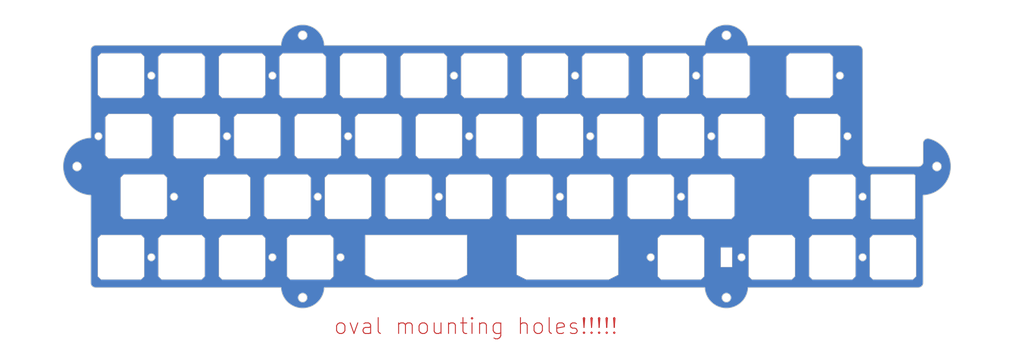
<source format=kicad_pcb>
(kicad_pcb (version 20221018) (generator pcbnew)
  (layers (0 "F.Cu" signal) (31 "B.Cu" signal) (34 "B.Paste" user) (35 "F.Paste" user) (36 "B.SilkS" user "B.Silkscreen") (37 "F.SilkS" user "F.Silkscreen") (38 "B.Mask" user) (39 "F.Mask" user) (44 "Edge.Cuts" user))
  (net 0 "")
  (net 1 "GND")
  (footprint "cipulot_parts:ecs_plate_cut_1U" (layer "F.Cu") (at 243.68125 51.59375)
    (fp_text reference "REF**")
    (fp_text value "Value " hide)
    (fp_line (start -7.3 -6) (end -7.3 6) (stroke (width 0.12)) (layer "Edge.Cuts"))
    (fp_line (start -7.3 6) (end -6.3 7) (stroke (width 0.12)) (layer "Edge.Cuts"))
    (fp_line (start -6.3 -7) (end -7.3 -6) (stroke (width 0.12)) (layer "Edge.Cuts"))
    (fp_line (start -6.3 7) (end 6.3 7) (stroke (width 0.12)) (layer "Edge.Cuts"))
    (fp_line (start 6.3 -7) (end -6.3 -7) (stroke (width 0.12)) (layer "Edge.Cuts"))
    (fp_line (start 6.3 -7) (end 7.3 -6) (stroke (width 0.12)) (layer "Edge.Cuts"))
    (fp_line (start 6.3 7) (end 7.3 6) (stroke (width 0.12)) (layer "Edge.Cuts"))
    (fp_line (start 7.3 6) (end 7.3 -6) (stroke (width 0.12)) (layer "Edge.Cuts"))
  )
  (footprint "cipulot_parts:ecs_plate_cut_1U" (layer "F.Cu") (at 88.9 70.64375)
    (fp_text reference "REF**")
    (fp_text value "Value " hide)
    (fp_line (start -7.3 -6) (end -7.3 6) (stroke (width 0.12)) (layer "Edge.Cuts"))
    (fp_line (start -7.3 6) (end -6.3 7) (stroke (width 0.12)) (layer "Edge.Cuts"))
    (fp_line (start -6.3 -7) (end -7.3 -6) (stroke (width 0.12)) (layer "Edge.Cuts"))
    (fp_line (start -6.3 7) (end 6.3 7) (stroke (width 0.12)) (layer "Edge.Cuts"))
    (fp_line (start 6.3 -7) (end -6.3 -7) (stroke (width 0.12)) (layer "Edge.Cuts"))
    (fp_line (start 6.3 -7) (end 7.3 -6) (stroke (width 0.12)) (layer "Edge.Cuts"))
    (fp_line (start 6.3 7) (end 7.3 6) (stroke (width 0.12)) (layer "Edge.Cuts"))
    (fp_line (start 7.3 6) (end 7.3 -6) (stroke (width 0.12)) (layer "Edge.Cuts"))
  )
  (footprint "cipulot_parts:ecs_plate_cut_1U" (layer "F.Cu") (at 165.1 70.64375)
    (fp_text reference "REF**")
    (fp_text value "Value " hide)
    (fp_line (start -7.3 -6) (end -7.3 6) (stroke (width 0.12)) (layer "Edge.Cuts"))
    (fp_line (start -7.3 6) (end -6.3 7) (stroke (width 0.12)) (layer "Edge.Cuts"))
    (fp_line (start -6.3 -7) (end -7.3 -6) (stroke (width 0.12)) (layer "Edge.Cuts"))
    (fp_line (start -6.3 7) (end 6.3 7) (stroke (width 0.12)) (layer "Edge.Cuts"))
    (fp_line (start 6.3 -7) (end -6.3 -7) (stroke (width 0.12)) (layer "Edge.Cuts"))
    (fp_line (start 6.3 -7) (end 7.3 -6) (stroke (width 0.12)) (layer "Edge.Cuts"))
    (fp_line (start 6.3 7) (end 7.3 6) (stroke (width 0.12)) (layer "Edge.Cuts"))
    (fp_line (start 7.3 6) (end 7.3 -6) (stroke (width 0.12)) (layer "Edge.Cuts"))
  )
  (footprint "cipulot_parts:ecs_plate_cut_1U" (layer "F.Cu") (at 29.36875 70.64375)
    (fp_text reference "REF**")
    (fp_text value "Value " hide)
    (fp_line (start -7.3 -6) (end -7.3 6) (stroke (width 0.12)) (layer "Edge.Cuts"))
    (fp_line (start -7.3 6) (end -6.3 7) (stroke (width 0.12)) (layer "Edge.Cuts"))
    (fp_line (start -6.3 -7) (end -7.3 -6) (stroke (width 0.12)) (layer "Edge.Cuts"))
    (fp_line (start -6.3 7) (end 6.3 7) (stroke (width 0.12)) (layer "Edge.Cuts"))
    (fp_line (start 6.3 -7) (end -6.3 -7) (stroke (width 0.12)) (layer "Edge.Cuts"))
    (fp_line (start 6.3 -7) (end 7.3 -6) (stroke (width 0.12)) (layer "Edge.Cuts"))
    (fp_line (start 6.3 7) (end 7.3 6) (stroke (width 0.12)) (layer "Edge.Cuts"))
    (fp_line (start 7.3 6) (end 7.3 -6) (stroke (width 0.12)) (layer "Edge.Cuts"))
  )
  (footprint "cipulot_parts:ecs_plate_cut_1U" (layer "F.Cu") (at 46.0375 51.59375)
    (fp_text reference "REF**")
    (fp_text value "Value " hide)
    (fp_line (start -7.3 -6) (end -7.3 6) (stroke (width 0.12)) (layer "Edge.Cuts"))
    (fp_line (start -7.3 6) (end -6.3 7) (stroke (width 0.12)) (layer "Edge.Cuts"))
    (fp_line (start -6.3 -7) (end -7.3 -6) (stroke (width 0.12)) (layer "Edge.Cuts"))
    (fp_line (start -6.3 7) (end 6.3 7) (stroke (width 0.12)) (layer "Edge.Cuts"))
    (fp_line (start 6.3 -7) (end -6.3 -7) (stroke (width 0.12)) (layer "Edge.Cuts"))
    (fp_line (start 6.3 -7) (end 7.3 -6) (stroke (width 0.12)) (layer "Edge.Cuts"))
    (fp_line (start 6.3 7) (end 7.3 6) (stroke (width 0.12)) (layer "Edge.Cuts"))
    (fp_line (start 7.3 6) (end 7.3 -6) (stroke (width 0.12)) (layer "Edge.Cuts"))
  )
  (footprint "cipulot_parts:ecs_plate_cut_1U" (layer "F.Cu") (at 212.725 89.69375)
    (fp_text reference "REF**")
    (fp_text value "Value " hide)
    (fp_line (start -7.3 -6) (end -7.3 6) (stroke (width 0.12)) (layer "Edge.Cuts"))
    (fp_line (start -7.3 6) (end -6.3 7) (stroke (width 0.12)) (layer "Edge.Cuts"))
    (fp_line (start -6.3 -7) (end -7.3 -6) (stroke (width 0.12)) (layer "Edge.Cuts"))
    (fp_line (start -6.3 7) (end 6.3 7) (stroke (width 0.12)) (layer "Edge.Cuts"))
    (fp_line (start 6.3 -7) (end -6.3 -7) (stroke (width 0.12)) (layer "Edge.Cuts"))
    (fp_line (start 6.3 -7) (end 7.3 -6) (stroke (width 0.12)) (layer "Edge.Cuts"))
    (fp_line (start 6.3 7) (end 7.3 6) (stroke (width 0.12)) (layer "Edge.Cuts"))
    (fp_line (start 7.3 6) (end 7.3 -6) (stroke (width 0.12)) (layer "Edge.Cuts"))
  )
  (footprint "cipulot_parts:ecs_plate_cut_1U" (layer "F.Cu") (at 146.05 70.64375)
    (fp_text reference "REF**")
    (fp_text value "Value " hide)
    (fp_line (start -7.3 -6) (end -7.3 6) (stroke (width 0.12)) (layer "Edge.Cuts"))
    (fp_line (start -7.3 6) (end -6.3 7) (stroke (width 0.12)) (layer "Edge.Cuts"))
    (fp_line (start -6.3 -7) (end -7.3 -6) (stroke (width 0.12)) (layer "Edge.Cuts"))
    (fp_line (start -6.3 7) (end 6.3 7) (stroke (width 0.12)) (layer "Edge.Cuts"))
    (fp_line (start 6.3 -7) (end -6.3 -7) (stroke (width 0.12)) (layer "Edge.Cuts"))
    (fp_line (start 6.3 -7) (end 7.3 -6) (stroke (width 0.12)) (layer "Edge.Cuts"))
    (fp_line (start 6.3 7) (end 7.3 6) (stroke (width 0.12)) (layer "Edge.Cuts"))
    (fp_line (start 7.3 6) (end 7.3 -6) (stroke (width 0.12)) (layer "Edge.Cuts"))
  )
  (footprint "cipulot_parts:ecs_plate_cut_1U" (layer "F.Cu") (at 217.4875 51.59375)
    (fp_text reference "REF**")
    (fp_text value "Value " hide)
    (fp_line (start -7.3 -6) (end -7.3 6) (stroke (width 0.12)) (layer "Edge.Cuts"))
    (fp_line (start -7.3 6) (end -6.3 7) (stroke (width 0.12)) (layer "Edge.Cuts"))
    (fp_line (start -6.3 -7) (end -7.3 -6) (stroke (width 0.12)) (layer "Edge.Cuts"))
    (fp_line (start -6.3 7) (end 6.3 7) (stroke (width 0.12)) (layer "Edge.Cuts"))
    (fp_line (start 6.3 -7) (end -6.3 -7) (stroke (width 0.12)) (layer "Edge.Cuts"))
    (fp_line (start 6.3 -7) (end 7.3 -6) (stroke (width 0.12)) (layer "Edge.Cuts"))
    (fp_line (start 6.3 7) (end 7.3 6) (stroke (width 0.12)) (layer "Edge.Cuts"))
    (fp_line (start 7.3 6) (end 7.3 -6) (stroke (width 0.12)) (layer "Edge.Cuts"))
  )
  (footprint "cipulot_parts:ecs_plate_cut_2U" (layer "F.Cu") (at 167.48125 108.74375)
    (fp_text reference "REF**")
    (fp_text value "Value " hide)
    (fp_line (start -16 -7) (end 16 -7) (stroke (width 0.12)) (layer "Edge.Cuts"))
    (fp_line (start -16 0) (end -16 -7) (stroke (width 0.12)) (layer "Edge.Cuts"))
    (fp_line (start -16 0) (end -16 5.5) (stroke (width 0.12)) (layer "Edge.Cuts"))
    (fp_line (start -16 5.5) (end -13 7) (stroke (width 0.12)) (layer "Edge.Cuts"))
    (fp_line (start 13 7) (end -13 7) (stroke (width 0.12)) (layer "Edge.Cuts"))
    (fp_line (start 16 -7) (end 16 0) (stroke (width 0.12)) (layer "Edge.Cuts"))
    (fp_line (start 16 0) (end 16 5.5) (stroke (width 0.12)) (layer "Edge.Cuts"))
    (fp_line (start 16 5.5) (end 13 7) (stroke (width 0.12)) (layer "Edge.Cuts"))
  )
  (footprint "cipulot_parts:ecs_plate_cut_1U" (layer "F.Cu") (at 46.0375 108.74375)
    (fp_text reference "REF**")
    (fp_text value "Value " hide)
    (fp_line (start -7.3 -6) (end -7.3 6) (stroke (width 0.12)) (layer "Edge.Cuts"))
    (fp_line (start -7.3 6) (end -6.3 7) (stroke (width 0.12)) (layer "Edge.Cuts"))
    (fp_line (start -6.3 -7) (end -7.3 -6) (stroke (width 0.12)) (layer "Edge.Cuts"))
    (fp_line (start -6.3 7) (end 6.3 7) (stroke (width 0.12)) (layer "Edge.Cuts"))
    (fp_line (start 6.3 -7) (end -6.3 -7) (stroke (width 0.12)) (layer "Edge.Cuts"))
    (fp_line (start 6.3 -7) (end 7.3 -6) (stroke (width 0.12)) (layer "Edge.Cuts"))
    (fp_line (start 6.3 7) (end 7.3 6) (stroke (width 0.12)) (layer "Edge.Cuts"))
    (fp_line (start 7.3 6) (end 7.3 -6) (stroke (width 0.12)) (layer "Edge.Cuts"))
  )
  (footprint "cipulot_parts:ecs_plate_cut_1U" (layer "F.Cu") (at 127 70.64375)
    (fp_text reference "REF**")
    (fp_text value "Value " hide)
    (fp_line (start -7.3 -6) (end -7.3 6) (stroke (width 0.12)) (layer "Edge.Cuts"))
    (fp_line (start -7.3 6) (end -6.3 7) (stroke (width 0.12)) (layer "Edge.Cuts"))
    (fp_line (start -6.3 -7) (end -7.3 -6) (stroke (width 0.12)) (layer "Edge.Cuts"))
    (fp_line (start -6.3 7) (end 6.3 7) (stroke (width 0.12)) (layer "Edge.Cuts"))
    (fp_line (start 6.3 -7) (end -6.3 -7) (stroke (width 0.12)) (layer "Edge.Cuts"))
    (fp_line (start 6.3 -7) (end 7.3 -6) (stroke (width 0.12)) (layer "Edge.Cuts"))
    (fp_line (start 6.3 7) (end 7.3 6) (stroke (width 0.12)) (layer "Edge.Cuts"))
    (fp_line (start 7.3 6) (end 7.3 -6) (stroke (width 0.12)) (layer "Edge.Cuts"))
  )
  (footprint "cipulot_parts:ecs_plate_cut_1U" (layer "F.Cu") (at 174.625 89.69375)
    (fp_text reference "REF**")
    (fp_text value "Value " hide)
    (fp_line (start -7.3 -6) (end -7.3 6) (stroke (width 0.12)) (layer "Edge.Cuts"))
    (fp_line (start -7.3 6) (end -6.3 7) (stroke (width 0.12)) (layer "Edge.Cuts"))
    (fp_line (start -6.3 -7) (end -7.3 -6) (stroke (width 0.12)) (layer "Edge.Cuts"))
    (fp_line (start -6.3 7) (end 6.3 7) (stroke (width 0.12)) (layer "Edge.Cuts"))
    (fp_line (start 6.3 -7) (end -6.3 -7) (stroke (width 0.12)) (layer "Edge.Cuts"))
    (fp_line (start 6.3 -7) (end 7.3 -6) (stroke (width 0.12)) (layer "Edge.Cuts"))
    (fp_line (start 6.3 7) (end 7.3 6) (stroke (width 0.12)) (layer "Edge.Cuts"))
    (fp_line (start 7.3 6) (end 7.3 -6) (stroke (width 0.12)) (layer "Edge.Cuts"))
  )
  (footprint "cipulot_parts:ecs_plate_cut_2U" (layer "F.Cu") (at 119.85625 108.74375)
    (fp_text reference "REF**")
    (fp_text value "Value " hide)
    (fp_line (start -16 -7) (end 16 -7) (stroke (width 0.12)) (layer "Edge.Cuts"))
    (fp_line (start -16 0) (end -16 -7) (stroke (width 0.12)) (layer "Edge.Cuts"))
    (fp_line (start -16 0) (end -16 5.5) (stroke (width 0.12)) (layer "Edge.Cuts"))
    (fp_line (start -16 5.5) (end -13 7) (stroke (width 0.12)) (layer "Edge.Cuts"))
    (fp_line (start 13 7) (end -13 7) (stroke (width 0.12)) (layer "Edge.Cuts"))
    (fp_line (start 16 -7) (end 16 0) (stroke (width 0.12)) (layer "Edge.Cuts"))
    (fp_line (start 16 0) (end 16 5.5) (stroke (width 0.12)) (layer "Edge.Cuts"))
    (fp_line (start 16 5.5) (end 13 7) (stroke (width 0.12)) (layer "Edge.Cuts"))
  )
  (footprint "cipulot_parts:ecs_plate_cut_1U" (layer "F.Cu") (at 203.2 108.74375)
    (fp_text reference "REF**")
    (fp_text value "Value " hide)
    (fp_line (start -7.3 -6) (end -7.3 6) (stroke (width 0.12)) (layer "Edge.Cuts"))
    (fp_line (start -7.3 6) (end -6.3 7) (stroke (width 0.12)) (layer "Edge.Cuts"))
    (fp_line (start -6.3 -7) (end -7.3 -6) (stroke (width 0.12)) (layer "Edge.Cuts"))
    (fp_line (start -6.3 7) (end 6.3 7) (stroke (width 0.12)) (layer "Edge.Cuts"))
    (fp_line (start 6.3 -7) (end -6.3 -7) (stroke (width 0.12)) (layer "Edge.Cuts"))
    (fp_line (start 6.3 -7) (end 7.3 -6) (stroke (width 0.12)) (layer "Edge.Cuts"))
    (fp_line (start 6.3 7) (end 7.3 6) (stroke (width 0.12)) (layer "Edge.Cuts"))
    (fp_line (start 7.3 6) (end 7.3 -6) (stroke (width 0.12)) (layer "Edge.Cuts"))
  )
  (footprint "cipulot_parts:ecs_plate_cut_1U" (layer "F.Cu") (at 26.9875 108.74375)
    (fp_text reference "REF**")
    (fp_text value "Value " hide)
    (fp_line (start -7.3 -6) (end -7.3 6) (stroke (width 0.12)) (layer "Edge.Cuts"))
    (fp_line (start -7.3 6) (end -6.3 7) (stroke (width 0.12)) (layer "Edge.Cuts"))
    (fp_line (start -6.3 -7) (end -7.3 -6) (stroke (width 0.12)) (layer "Edge.Cuts"))
    (fp_line (start -6.3 7) (end 6.3 7) (stroke (width 0.12)) (layer "Edge.Cuts"))
    (fp_line (start 6.3 -7) (end -6.3 -7) (stroke (width 0.12)) (layer "Edge.Cuts"))
    (fp_line (start 6.3 -7) (end 7.3 -6) (stroke (width 0.12)) (layer "Edge.Cuts"))
    (fp_line (start 6.3 7) (end 7.3 6) (stroke (width 0.12)) (layer "Edge.Cuts"))
    (fp_line (start 7.3 6) (end 7.3 -6) (stroke (width 0.12)) (layer "Edge.Cuts"))
  )
  (footprint "cipulot_parts:ecs_plate_cut_1U" (layer "F.Cu") (at 250.825 108.74375)
    (fp_text reference "REF**")
    (fp_text value "Value " hide)
    (fp_line (start -7.3 -6) (end -7.3 6) (stroke (width 0.12)) (layer "Edge.Cuts"))
    (fp_line (start -7.3 6) (end -6.3 7) (stroke (width 0.12)) (layer "Edge.Cuts"))
    (fp_line (start -6.3 -7) (end -7.3 -6) (stroke (width 0.12)) (layer "Edge.Cuts"))
    (fp_line (start -6.3 7) (end 6.3 7) (stroke (width 0.12)) (layer "Edge.Cuts"))
    (fp_line (start 6.3 -7) (end -6.3 -7) (stroke (width 0.12)) (layer "Edge.Cuts"))
    (fp_line (start 6.3 -7) (end 7.3 -6) (stroke (width 0.12)) (layer "Edge.Cuts"))
    (fp_line (start 6.3 7) (end 7.3 6) (stroke (width 0.12)) (layer "Edge.Cuts"))
    (fp_line (start 7.3 6) (end 7.3 -6) (stroke (width 0.12)) (layer "Edge.Cuts"))
  )
  (footprint "cipulot_parts:ecs_plate_cut_1U" (layer "F.Cu") (at 193.675 89.69375)
    (fp_text reference "REF**")
    (fp_text value "Value " hide)
    (fp_line (start -7.3 -6) (end -7.3 6) (stroke (width 0.12)) (layer "Edge.Cuts"))
    (fp_line (start -7.3 6) (end -6.3 7) (stroke (width 0.12)) (layer "Edge.Cuts"))
    (fp_line (start -6.3 -7) (end -7.3 -6) (stroke (width 0.12)) (layer "Edge.Cuts"))
    (fp_line (start -6.3 7) (end 6.3 7) (stroke (width 0.12)) (layer "Edge.Cuts"))
    (fp_line (start 6.3 -7) (end -6.3 -7) (stroke (width 0.12)) (layer "Edge.Cuts"))
    (fp_line (start 6.3 -7) (end 7.3 -6) (stroke (width 0.12)) (layer "Edge.Cuts"))
    (fp_line (start 6.3 7) (end 7.3 6) (stroke (width 0.12)) (layer "Edge.Cuts"))
    (fp_line (start 7.3 6) (end 7.3 -6) (stroke (width 0.12)) (layer "Edge.Cuts"))
  )
  (footprint "cipulot_parts:ecs_plate_cut_1U" (layer "F.Cu") (at 65.0875 51.59375)
    (fp_text reference "REF**")
    (fp_text value "Value " hide)
    (fp_line (start -7.3 -6) (end -7.3 6) (stroke (width 0.12)) (layer "Edge.Cuts"))
    (fp_line (start -7.3 6) (end -6.3 7) (stroke (width 0.12)) (layer "Edge.Cuts"))
    (fp_line (start -6.3 -7) (end -7.3 -6) (stroke (width 0.12)) (layer "Edge.Cuts"))
    (fp_line (start -6.3 7) (end 6.3 7) (stroke (width 0.12)) (layer "Edge.Cuts"))
    (fp_line (start 6.3 -7) (end -6.3 -7) (stroke (width 0.12)) (layer "Edge.Cuts"))
    (fp_line (start 6.3 -7) (end 7.3 -6) (stroke (width 0.12)) (layer "Edge.Cuts"))
    (fp_line (start 6.3 7) (end 7.3 6) (stroke (width 0.12)) (layer "Edge.Cuts"))
    (fp_line (start 7.3 6) (end 7.3 -6) (stroke (width 0.12)) (layer "Edge.Cuts"))
  )
  (footprint "cipulot_parts:ecs_plate_cut_1U" (layer "F.Cu") (at 179.3875 51.59375)
    (fp_text reference "REF**")
    (fp_text value "Value " hide)
    (fp_line (start -7.3 -6) (end -7.3 6) (stroke (width 0.12)) (layer "Edge.Cuts"))
    (fp_line (start -7.3 6) (end -6.3 7) (stroke (width 0.12)) (layer "Edge.Cuts"))
    (fp_line (start -6.3 -7) (end -7.3 -6) (stroke (width 0.12)) (layer "Edge.Cuts"))
    (fp_line (start -6.3 7) (end 6.3 7) (stroke (width 0.12)) (layer "Edge.Cuts"))
    (fp_line (start 6.3 -7) (end -6.3 -7) (stroke (width 0.12)) (layer "Edge.Cuts"))
    (fp_line (start 6.3 -7) (end 7.3 -6) (stroke (width 0.12)) (layer "Edge.Cuts"))
    (fp_line (start 6.3 7) (end 7.3 6) (stroke (width 0.12)) (layer "Edge.Cuts"))
    (fp_line (start 7.3 6) (end 7.3 -6) (stroke (width 0.12)) (layer "Edge.Cuts"))
  )
  (footprint "cipulot_parts:ecs_plate_cut_1U" (layer "F.Cu") (at 222.25 70.64375)
    (fp_text reference "REF**")
    (fp_text value "Value " hide)
    (fp_line (start -7.3 -6) (end -7.3 6) (stroke (width 0.12)) (layer "Edge.Cuts"))
    (fp_line (start -7.3 6) (end -6.3 7) (stroke (width 0.12)) (layer "Edge.Cuts"))
    (fp_line (start -6.3 -7) (end -7.3 -6) (stroke (width 0.12)) (layer "Edge.Cuts"))
    (fp_line (start -6.3 7) (end 6.3 7) (stroke (width 0.12)) (layer "Edge.Cuts"))
    (fp_line (start 6.3 -7) (end -6.3 -7) (stroke (width 0.12)) (layer "Edge.Cuts"))
    (fp_line (start 6.3 -7) (end 7.3 -6) (stroke (width 0.12)) (layer "Edge.Cuts"))
    (fp_line (start 6.3 7) (end 7.3 6) (stroke (width 0.12)) (layer "Edge.Cuts"))
    (fp_line (start 7.3 6) (end 7.3 -6) (stroke (width 0.12)) (layer "Edge.Cuts"))
  )
  (footprint "cipulot_parts:ecs_plate_cut_1U" (layer "F.Cu") (at 34.13125 89.69375)
    (fp_text reference "REF**")
    (fp_text value "Value " hide)
    (fp_line (start -7.3 -6) (end -7.3 6) (stroke (width 0.12)) (layer "Edge.Cuts"))
    (fp_line (start -7.3 6) (end -6.3 7) (stroke (width 0.12)) (layer "Edge.Cuts"))
    (fp_line (start -6.3 -7) (end -7.3 -6) (stroke (width 0.12)) (layer "Edge.Cuts"))
    (fp_line (start -6.3 7) (end 6.3 7) (stroke (width 0.12)) (layer "Edge.Cuts"))
    (fp_line (start 6.3 -7) (end -6.3 -7) (stroke (width 0.12)) (layer "Edge.Cuts"))
    (fp_line (start 6.3 -7) (end 7.3 -6) (stroke (width 0.12)) (layer "Edge.Cuts"))
    (fp_line (start 6.3 7) (end 7.3 6) (stroke (width 0.12)) (layer "Edge.Cuts"))
    (fp_line (start 7.3 6) (end 7.3 -6) (stroke (width 0.12)) (layer "Edge.Cuts"))
  )
  (footprint "cipulot_parts:ecs_plate_cut_1U" (layer "F.Cu") (at 198.4375 51.59375)
    (fp_text reference "REF**")
    (fp_text value "Value " hide)
    (fp_line (start -7.3 -6) (end -7.3 6) (stroke (width 0.12)) (layer "Edge.Cuts"))
    (fp_line (start -7.3 6) (end -6.3 7) (stroke (width 0.12)) (layer "Edge.Cuts"))
    (fp_line (start -6.3 -7) (end -7.3 -6) (stroke (width 0.12)) (layer "Edge.Cuts"))
    (fp_line (start -6.3 7) (end 6.3 7) (stroke (width 0.12)) (layer "Edge.Cuts"))
    (fp_line (start 6.3 -7) (end -6.3 -7) (stroke (width 0.12)) (layer "Edge.Cuts"))
    (fp_line (start 6.3 -7) (end 7.3 -6) (stroke (width 0.12)) (layer "Edge.Cuts"))
    (fp_line (start 6.3 7) (end 7.3 6) (stroke (width 0.12)) (layer "Edge.Cuts"))
    (fp_line (start 7.3 6) (end 7.3 -6) (stroke (width 0.12)) (layer "Edge.Cuts"))
  )
  (footprint "cipulot_parts:ecs_plate_cut_1U" (layer "F.Cu") (at 26.9875 51.59375)
    (fp_text reference "REF**")
    (fp_text value "Value " hide)
    (fp_line (start -7.3 -6) (end -7.3 6) (stroke (width 0.12)) (layer "Edge.Cuts"))
    (fp_line (start -7.3 6) (end -6.3 7) (stroke (width 0.12)) (layer "Edge.Cuts"))
    (fp_line (start -6.3 -7) (end -7.3 -6) (stroke (width 0.12)) (layer "Edge.Cuts"))
    (fp_line (start -6.3 7) (end 6.3 7) (stroke (width 0.12)) (layer "Edge.Cuts"))
    (fp_line (start 6.3 -7) (end -6.3 -7) (stroke (width 0.12)) (layer "Edge.Cuts"))
    (fp_line (start 6.3 -7) (end 7.3 -6) (stroke (width 0.12)) (layer "Edge.Cuts"))
    (fp_line (start 6.3 7) (end 7.3 6) (stroke (width 0.12)) (layer "Edge.Cuts"))
    (fp_line (start 7.3 6) (end 7.3 -6) (stroke (width 0.12)) (layer "Edge.Cuts"))
  )
  (footprint "cipulot_parts:ecs_plate_cut_1U" (layer "F.Cu") (at 86.51875 108.74375)
    (fp_text reference "REF**")
    (fp_text value "Value " hide)
    (fp_line (start -7.3 -6) (end -7.3 6) (stroke (width 0.12)) (layer "Edge.Cuts"))
    (fp_line (start -7.3 6) (end -6.3 7) (stroke (width 0.12)) (layer "Edge.Cuts"))
    (fp_line (start -6.3 -7) (end -7.3 -6) (stroke (width 0.12)) (layer "Edge.Cuts"))
    (fp_line (start -6.3 7) (end 6.3 7) (stroke (width 0.12)) (layer "Edge.Cuts"))
    (fp_line (start 6.3 -7) (end -6.3 -7) (stroke (width 0.12)) (layer "Edge.Cuts"))
    (fp_line (start 6.3 -7) (end 7.3 -6) (stroke (width 0.12)) (layer "Edge.Cuts"))
    (fp_line (start 6.3 7) (end 7.3 6) (stroke (width 0.12)) (layer "Edge.Cuts"))
    (fp_line (start 7.3 6) (end 7.3 -6) (stroke (width 0.12)) (layer "Edge.Cuts"))
  )
  (footprint "cipulot_parts:ecs_plate_cut_1U" (layer "F.Cu") (at 50.8 70.64375)
    (fp_text reference "REF**")
    (fp_text value "Value " hide)
    (fp_line (start -7.3 -6) (end -7.3 6) (stroke (width 0.12)) (layer "Edge.Cuts"))
    (fp_line (start -7.3 6) (end -6.3 7) (stroke (width 0.12)) (layer "Edge.Cuts"))
    (fp_line (start -6.3 -7) (end -7.3 -6) (stroke (width 0.12)) (layer "Edge.Cuts"))
    (fp_line (start -6.3 7) (end 6.3 7) (stroke (width 0.12)) (layer "Edge.Cuts"))
    (fp_line (start 6.3 -7) (end -6.3 -7) (stroke (width 0.12)) (layer "Edge.Cuts"))
    (fp_line (start 6.3 -7) (end 7.3 -6) (stroke (width 0.12)) (layer "Edge.Cuts"))
    (fp_line (start 6.3 7) (end 7.3 6) (stroke (width 0.12)) (layer "Edge.Cuts"))
    (fp_line (start 7.3 6) (end 7.3 -6) (stroke (width 0.12)) (layer "Edge.Cuts"))
  )
  (footprint "cipulot_parts:ecs_plate_cut_1U" (layer "F.Cu") (at 269.875 108.74375)
    (fp_text reference "REF**")
    (fp_text value "Value " hide)
    (fp_line (start -7.3 -6) (end -7.3 6) (stroke (width 0.12)) (layer "Edge.Cuts"))
    (fp_line (start -7.3 6) (end -6.3 7) (stroke (width 0.12)) (layer "Edge.Cuts"))
    (fp_line (start -6.3 -7) (end -7.3 -6) (stroke (width 0.12)) (layer "Edge.Cuts"))
    (fp_line (start -6.3 7) (end 6.3 7) (stroke (width 0.12)) (layer "Edge.Cuts"))
    (fp_line (start 6.3 -7) (end -6.3 -7) (stroke (width 0.12)) (layer "Edge.Cuts"))
    (fp_line (start 6.3 -7) (end 7.3 -6) (stroke (width 0.12)) (layer "Edge.Cuts"))
    (fp_line (start 6.3 7) (end 7.3 6) (stroke (width 0.12)) (layer "Edge.Cuts"))
    (fp_line (start 7.3 6) (end 7.3 -6) (stroke (width 0.12)) (layer "Edge.Cuts"))
  )
  (footprint "cipulot_parts:ecs_plate_cut_1U" (layer "F.Cu") (at 250.825 89.69375)
    (fp_text reference "REF**")
    (fp_text value "Value " hide)
    (fp_line (start -7.3 -6) (end -7.3 6) (stroke (width 0.12)) (layer "Edge.Cuts"))
    (fp_line (start -7.3 6) (end -6.3 7) (stroke (width 0.12)) (layer "Edge.Cuts"))
    (fp_line (start -6.3 -7) (end -7.3 -6) (stroke (width 0.12)) (layer "Edge.Cuts"))
    (fp_line (start -6.3 7) (end 6.3 7) (stroke (width 0.12)) (layer "Edge.Cuts"))
    (fp_line (start 6.3 -7) (end -6.3 -7) (stroke (width 0.12)) (layer "Edge.Cuts"))
    (fp_line (start 6.3 -7) (end 7.3 -6) (stroke (width 0.12)) (layer "Edge.Cuts"))
    (fp_line (start 6.3 7) (end 7.3 6) (stroke (width 0.12)) (layer "Edge.Cuts"))
    (fp_line (start 7.3 6) (end 7.3 -6) (stroke (width 0.12)) (layer "Edge.Cuts"))
  )
  (footprint "cipulot_parts:ecs_plate_cut_1U" (layer "F.Cu") (at 65.0875 108.74375)
    (fp_text reference "REF**")
    (fp_text value "Value " hide)
    (fp_line (start -7.3 -6) (end -7.3 6) (stroke (width 0.12)) (layer "Edge.Cuts"))
    (fp_line (start -7.3 6) (end -6.3 7) (stroke (width 0.12)) (layer "Edge.Cuts"))
    (fp_line (start -6.3 -7) (end -7.3 -6) (stroke (width 0.12)) (layer "Edge.Cuts"))
    (fp_line (start -6.3 7) (end 6.3 7) (stroke (width 0.12)) (layer "Edge.Cuts"))
    (fp_line (start 6.3 -7) (end -6.3 -7) (stroke (width 0.12)) (layer "Edge.Cuts"))
    (fp_line (start 6.3 -7) (end 7.3 -6) (stroke (width 0.12)) (layer "Edge.Cuts"))
    (fp_line (start 6.3 7) (end 7.3 6) (stroke (width 0.12)) (layer "Edge.Cuts"))
    (fp_line (start 7.3 6) (end 7.3 -6) (stroke (width 0.12)) (layer "Edge.Cuts"))
  )
  (footprint "cipulot_parts:ecs_plate_cut_1U" (layer "F.Cu") (at 69.85 70.64375)
    (fp_text reference "REF**")
    (fp_text value "Value " hide)
    (fp_line (start -7.3 -6) (end -7.3 6) (stroke (width 0.12)) (layer "Edge.Cuts"))
    (fp_line (start -7.3 6) (end -6.3 7) (stroke (width 0.12)) (layer "Edge.Cuts"))
    (fp_line (start -6.3 -7) (end -7.3 -6) (stroke (width 0.12)) (layer "Edge.Cuts"))
    (fp_line (start -6.3 7) (end 6.3 7) (stroke (width 0.12)) (layer "Edge.Cuts"))
    (fp_line (start 6.3 -7) (end -6.3 -7) (stroke (width 0.12)) (layer "Edge.Cuts"))
    (fp_line (start 6.3 -7) (end 7.3 -6) (stroke (width 0.12)) (layer "Edge.Cuts"))
    (fp_line (start 6.3 7) (end 7.3 6) (stroke (width 0.12)) (layer "Edge.Cuts"))
    (fp_line (start 7.3 6) (end 7.3 -6) (stroke (width 0.12)) (layer "Edge.Cuts"))
  )
  (footprint "cipulot_parts:ecs_plate_cut_1U" (layer "F.Cu") (at 160.3375 51.59375)
    (fp_text reference "REF**")
    (fp_text value "Value " hide)
    (fp_line (start -7.3 -6) (end -7.3 6) (stroke (width 0.12)) (layer "Edge.Cuts"))
    (fp_line (start -7.3 6) (end -6.3 7) (stroke (width 0.12)) (layer "Edge.Cuts"))
    (fp_line (start -6.3 -7) (end -7.3 -6) (stroke (width 0.12)) (layer "Edge.Cuts"))
    (fp_line (start -6.3 7) (end 6.3 7) (stroke (width 0.12)) (layer "Edge.Cuts"))
    (fp_line (start 6.3 -7) (end -6.3 -7) (stroke (width 0.12)) (layer "Edge.Cuts"))
    (fp_line (start 6.3 -7) (end 7.3 -6) (stroke (width 0.12)) (layer "Edge.Cuts"))
    (fp_line (start 6.3 7) (end 7.3 6) (stroke (width 0.12)) (layer "Edge.Cuts"))
    (fp_line (start 7.3 6) (end 7.3 -6) (stroke (width 0.12)) (layer "Edge.Cuts"))
  )
  (footprint "cipulot_parts:ecs_plate_cut_1U" (layer "F.Cu") (at 155.575 89.69375)
    (fp_text reference "REF**")
    (fp_text value "Value " hide)
    (fp_line (start -7.3 -6) (end -7.3 6) (stroke (width 0.12)) (layer "Edge.Cuts"))
    (fp_line (start -7.3 6) (end -6.3 7) (stroke (width 0.12)) (layer "Edge.Cuts"))
    (fp_line (start -6.3 -7) (end -7.3 -6) (stroke (width 0.12)) (layer "Edge.Cuts"))
    (fp_line (start -6.3 7) (end 6.3 7) (stroke (width 0.12)) (layer "Edge.Cuts"))
    (fp_line (start 6.3 -7) (end -6.3 -7) (stroke (width 0.12)) (layer "Edge.Cuts"))
    (fp_line (start 6.3 -7) (end 7.3 -6) (stroke (width 0.12)) (layer "Edge.Cuts"))
    (fp_line (start 6.3 7) (end 7.3 6) (stroke (width 0.12)) (layer "Edge.Cuts"))
    (fp_line (start 7.3 6) (end 7.3 -6) (stroke (width 0.12)) (layer "Edge.Cuts"))
  )
  (footprint "cipulot_parts:ecs_plate_cut_1U" (layer "F.Cu") (at 141.2875 51.59375)
    (fp_text reference "REF**")
    (fp_text value "Value " hide)
    (fp_line (start -7.3 -6) (end -7.3 6) (stroke (width 0.12)) (layer "Edge.Cuts"))
    (fp_line (start -7.3 6) (end -6.3 7) (stroke (width 0.12)) (layer "Edge.Cuts"))
    (fp_line (start -6.3 -7) (end -7.3 -6) (stroke (width 0.12)) (layer "Edge.Cuts"))
    (fp_line (start -6.3 7) (end 6.3 7) (stroke (width 0.12)) (layer "Edge.Cuts"))
    (fp_line (start 6.3 -7) (end -6.3 -7) (stroke (width 0.12)) (layer "Edge.Cuts"))
    (fp_line (start 6.3 -7) (end 7.3 -6) (stroke (width 0.12)) (layer "Edge.Cuts"))
    (fp_line (start 6.3 7) (end 7.3 6) (stroke (width 0.12)) (layer "Edge.Cuts"))
    (fp_line (start 7.3 6) (end 7.3 -6) (stroke (width 0.12)) (layer "Edge.Cuts"))
  )
  (footprint "cipulot_parts:ecs_plate_cut_1U" (layer "F.Cu") (at 246.0625 70.64375)
    (fp_text reference "REF**")
    (fp_text value "Value " hide)
    (fp_line (start -7.3 -6) (end -7.3 6) (stroke (width 0.12)) (layer "Edge.Cuts"))
    (fp_line (start -7.3 6) (end -6.3 7) (stroke (width 0.12)) (layer "Edge.Cuts"))
    (fp_line (start -6.3 -7) (end -7.3 -6) (stroke (width 0.12)) (layer "Edge.Cuts"))
    (fp_line (start -6.3 7) (end 6.3 7) (stroke (width 0.12)) (layer "Edge.Cuts"))
    (fp_line (start 6.3 -7) (end -6.3 -7) (stroke (width 0.12)) (layer "Edge.Cuts"))
    (fp_line (start 6.3 -7) (end 7.3 -6) (stroke (width 0.12)) (layer "Edge.Cuts"))
    (fp_line (start 6.3 7) (end 7.3 6) (stroke (width 0.12)) (layer "Edge.Cuts"))
    (fp_line (start 7.3 6) (end 7.3 -6) (stroke (width 0.12)) (layer "Edge.Cuts"))
  )
  (footprint "cipulot_parts:ecs_plate_cut_1U" (layer "F.Cu") (at 107.95 70.64375)
    (fp_text reference "REF**")
    (fp_text value "Value " hide)
    (fp_line (start -7.3 -6) (end -7.3 6) (stroke (width 0.12)) (layer "Edge.Cuts"))
    (fp_line (start -7.3 6) (end -6.3 7) (stroke (width 0.12)) (layer "Edge.Cuts"))
    (fp_line (start -6.3 -7) (end -7.3 -6) (stroke (width 0.12)) (layer "Edge.Cuts"))
    (fp_line (start -6.3 7) (end 6.3 7) (stroke (width 0.12)) (layer "Edge.Cuts"))
    (fp_line (start 6.3 -7) (end -6.3 -7) (stroke (width 0.12)) (layer "Edge.Cuts"))
    (fp_line (start 6.3 -7) (end 7.3 -6) (stroke (width 0.12)) (layer "Edge.Cuts"))
    (fp_line (start 6.3 7) (end 7.3 6) (stroke (width 0.12)) (layer "Edge.Cuts"))
    (fp_line (start 7.3 6) (end 7.3 -6) (stroke (width 0.12)) (layer "Edge.Cuts"))
  )
  (footprint "cipulot_parts:ecs_plate_cut_1U" (layer "F.Cu") (at 117.475 89.69375)
    (fp_text reference "REF**")
    (fp_text value "Value " hide)
    (fp_line (start -7.3 -6) (end -7.3 6) (stroke (width 0.12)) (layer "Edge.Cuts"))
    (fp_line (start -7.3 6) (end -6.3 7) (stroke (width 0.12)) (layer "Edge.Cuts"))
    (fp_line (start -6.3 -7) (end -7.3 -6) (stroke (width 0.12)) (layer "Edge.Cuts"))
    (fp_line (start -6.3 7) (end 6.3 7) (stroke (width 0.12)) (layer "Edge.Cuts"))
    (fp_line (start 6.3 -7) (end -6.3 -7) (stroke (width 0.12)) (layer "Edge.Cuts"))
    (fp_line (start 6.3 -7) (end 7.3 -6) (stroke (width 0.12)) (layer "Edge.Cuts"))
    (fp_line (start 6.3 7) (end 7.3 6) (stroke (width 0.12)) (layer "Edge.Cuts"))
    (fp_line (start 7.3 6) (end 7.3 -6) (stroke (width 0.12)) (layer "Edge.Cuts"))
  )
  (footprint "cipulot_parts:ecs_plate_cut_1U" (layer "F.Cu") (at 122.2375 51.59375)
    (fp_text reference "REF**")
    (fp_text value "Value " hide)
    (fp_line (start -7.3 -6) (end -7.3 6) (stroke (width 0.12)) (layer "Edge.Cuts"))
    (fp_line (start -7.3 6) (end -6.3 7) (stroke (width 0.12)) (layer "Edge.Cuts"))
    (fp_line (start -6.3 -7) (end -7.3 -6) (stroke (width 0.12)) (layer "Edge.Cuts"))
    (fp_line (start -6.3 7) (end 6.3 7) (stroke (width 0.12)) (layer "Edge.Cuts"))
    (fp_line (start 6.3 -7) (end -6.3 -7) (stroke (width 0.12)) (layer "Edge.Cuts"))
    (fp_line (start 6.3 -7) (end 7.3 -6) (stroke (width 0.12)) (layer "Edge.Cuts"))
    (fp_line (start 6.3 7) (end 7.3 6) (stroke (width 0.12)) (layer "Edge.Cuts"))
    (fp_line (start 7.3 6) (end 7.3 -6) (stroke (width 0.12)) (layer "Edge.Cuts"))
  )
  (footprint "cipulot_parts:ecs_plate_cut_1U" (layer "F.Cu") (at 98.425 89.69375)
    (fp_text reference "REF**")
    (fp_text value "Value " hide)
    (fp_line (start -7.3 -6) (end -7.3 6) (stroke (width 0.12)) (layer "Edge.Cuts"))
    (fp_line (start -7.3 6) (end -6.3 7) (stroke (width 0.12)) (layer "Edge.Cuts"))
    (fp_line (start -6.3 -7) (end -7.3 -6) (stroke (width 0.12)) (layer "Edge.Cuts"))
    (fp_line (start -6.3 7) (end 6.3 7) (stroke (width 0.12)) (layer "Edge.Cuts"))
    (fp_line (start 6.3 -7) (end -6.3 -7) (stroke (width 0.12)) (layer "Edge.Cuts"))
    (fp_line (start 6.3 -7) (end 7.3 -6) (stroke (width 0.12)) (layer "Edge.Cuts"))
    (fp_line (start 6.3 7) (end 7.3 6) (stroke (width 0.12)) (layer "Edge.Cuts"))
    (fp_line (start 7.3 6) (end 7.3 -6) (stroke (width 0.12)) (layer "Edge.Cuts"))
  )
  (footprint "cipulot_parts:ecs_plate_cut_1U" (layer "F.Cu") (at 79.375 89.69375)
    (fp_text reference "REF**")
    (fp_text value "Value " hide)
    (fp_line (start -7.3 -6) (end -7.3 6) (stroke (width 0.12)) (layer "Edge.Cuts"))
    (fp_line (start -7.3 6) (end -6.3 7) (stroke (width 0.12)) (layer "Edge.Cuts"))
    (fp_line (start -6.3 -7) (end -7.3 -6) (stroke (width 0.12)) (layer "Edge.Cuts"))
    (fp_line (start -6.3 7) (end 6.3 7) (stroke (width 0.12)) (layer "Edge.Cuts"))
    (fp_line (start 6.3 -7) (end -6.3 -7) (stroke (width 0.12)) (layer "Edge.Cuts"))
    (fp_line (start 6.3 -7) (end 7.3 -6) (stroke (width 0.12)) (layer "Edge.Cuts"))
    (fp_line (start 6.3 7) (end 7.3 6) (stroke (width 0.12)) (layer "Edge.Cuts"))
    (fp_line (start 7.3 6) (end 7.3 -6) (stroke (width 0.12)) (layer "Edge.Cuts"))
  )
  (footprint "cipulot_parts:ecs_plate_cut_1U" (layer "F.Cu") (at 60.325 89.69375)
    (fp_text reference "REF**")
    (fp_text value "Value " hide)
    (fp_line (start -7.3 -6) (end -7.3 6) (stroke (width 0.12)) (layer "Edge.Cuts"))
    (fp_line (start -7.3 6) (end -6.3 7) (stroke (width 0.12)) (layer "Edge.Cuts"))
    (fp_line (start -6.3 -7) (end -7.3 -6) (stroke (width 0.12)) (layer "Edge.Cuts"))
    (fp_line (start -6.3 7) (end 6.3 7) (stroke (width 0.12)) (layer "Edge.Cuts"))
    (fp_line (start 6.3 -7) (end -6.3 -7) (stroke (width 0.12)) (layer "Edge.Cuts"))
    (fp_line (start 6.3 -7) (end 7.3 -6) (stroke (width 0.12)) (layer "Edge.Cuts"))
    (fp_line (start 6.3 7) (end 7.3 6) (stroke (width 0.12)) (layer "Edge.Cuts"))
    (fp_line (start 7.3 6) (end 7.3 -6) (stroke (width 0.12)) (layer "Edge.Cuts"))
  )
  (footprint "cipulot_parts:ecs_plate_cut_1U" (layer "F.Cu") (at 84.1375 51.59375)
    (fp_text reference "REF**")
    (fp_text value "Value " hide)
    (fp_line (start -7.3 -6) (end -7.3 6) (stroke (width 0.12)) (layer "Edge.Cuts"))
    (fp_line (start -7.3 6) (end -6.3 7) (stroke (width 0.12)) (layer "Edge.Cuts"))
    (fp_line (start -6.3 -7) (end -7.3 -6) (stroke (width 0.12)) (layer "Edge.Cuts"))
    (fp_line (start -6.3 7) (end 6.3 7) (stroke (width 0.12)) (layer "Edge.Cuts"))
    (fp_line (start 6.3 -7) (end -6.3 -7) (stroke (width 0.12)) (layer "Edge.Cuts"))
    (fp_line (start 6.3 -7) (end 7.3 -6) (stroke (width 0.12)) (layer "Edge.Cuts"))
    (fp_line (start 6.3 7) (end 7.3 6) (stroke (width 0.12)) (layer "Edge.Cuts"))
    (fp_line (start 7.3 6) (end 7.3 -6) (stroke (width 0.12)) (layer "Edge.Cuts"))
  )
  (footprint "cipulot_parts:ecs_plate_cut_1U" (layer "F.Cu") (at 203.2 70.64375)
    (fp_text reference "REF**")
    (fp_text value "Value " hide)
    (fp_line (start -7.3 -6) (end -7.3 6) (stroke (width 0.12)) (layer "Edge.Cuts"))
    (fp_line (start -7.3 6) (end -6.3 7) (stroke (width 0.12)) (layer "Edge.Cuts"))
    (fp_line (start -6.3 -7) (end -7.3 -6) (stroke (width 0.12)) (layer "Edge.Cuts"))
    (fp_line (start -6.3 7) (end 6.3 7) (stroke (width 0.12)) (layer "Edge.Cuts"))
    (fp_line (start 6.3 -7) (end -6.3 -7) (stroke (width 0.12)) (layer "Edge.Cuts"))
    (fp_line (start 6.3 -7) (end 7.3 -6) (stroke (width 0.12)) (layer "Edge.Cuts"))
    (fp_line (start 6.3 7) (end 7.3 6) (stroke (width 0.12)) (layer "Edge.Cuts"))
    (fp_line (start 7.3 6) (end 7.3 -6) (stroke (width 0.12)) (layer "Edge.Cuts"))
  )
  (footprint "cipulot_parts:ecs_plate_cut_1U" (layer "F.Cu") (at 231.775 108.74375)
    (fp_text reference "REF**")
    (fp_text value "Value " hide)
    (fp_line (start -7.3 -6) (end -7.3 6) (stroke (width 0.12)) (layer "Edge.Cuts"))
    (fp_line (start -7.3 6) (end -6.3 7) (stroke (width 0.12)) (layer "Edge.Cuts"))
    (fp_line (start -6.3 -7) (end -7.3 -6) (stroke (width 0.12)) (layer "Edge.Cuts"))
    (fp_line (start -6.3 7) (end 6.3 7) (stroke (width 0.12)) (layer "Edge.Cuts"))
    (fp_line (start 6.3 -7) (end -6.3 -7) (stroke (width 0.12)) (layer "Edge.Cuts"))
    (fp_line (start 6.3 -7) (end 7.3 -6) (stroke (width 0.12)) (layer "Edge.Cuts"))
    (fp_line (start 6.3 7) (end 7.3 6) (stroke (width 0.12)) (layer "Edge.Cuts"))
    (fp_line (start 7.3 6) (end 7.3 -6) (stroke (width 0.12)) (layer "Edge.Cuts"))
  )
  (footprint "cipulot_parts:ecs_plate_cut_1U" (layer "F.Cu") (at 103.1875 51.59375)
    (fp_text reference "REF**")
    (fp_text value "Value " hide)
    (fp_line (start -7.3 -6) (end -7.3 6) (stroke (width 0.12)) (layer "Edge.Cuts"))
    (fp_line (start -7.3 6) (end -6.3 7) (stroke (width 0.12)) (layer "Edge.Cuts"))
    (fp_line (start -6.3 -7) (end -7.3 -6) (stroke (width 0.12)) (layer "Edge.Cuts"))
    (fp_line (start -6.3 7) (end 6.3 7) (stroke (width 0.12)) (layer "Edge.Cuts"))
    (fp_line (start 6.3 -7) (end -6.3 -7) (stroke (width 0.12)) (layer "Edge.Cuts"))
    (fp_line (start 6.3 -7) (end 7.3 -6) (stroke (width 0.12)) (layer "Edge.Cuts"))
    (fp_line (start 6.3 7) (end 7.3 6) (stroke (width 0.12)) (layer "Edge.Cuts"))
    (fp_line (start 7.3 6) (end 7.3 -6) (stroke (width 0.12)) (layer "Edge.Cuts"))
  )
  (footprint "cipulot_parts:ecs_plate_cut_1U" (layer "F.Cu") (at 184.15 70.64375)
    (fp_text reference "REF**")
    (fp_text value "Value " hide)
    (fp_line (start -7.3 -6) (end -7.3 6) (stroke (width 0.12)) (layer "Edge.Cuts"))
    (fp_line (start -7.3 6) (end -6.3 7) (stroke (width 0.12)) (layer "Edge.Cuts"))
    (fp_line (start -6.3 -7) (end -7.3 -6) (stroke (width 0.12)) (layer "Edge.Cuts"))
    (fp_line (start -6.3 7) (end 6.3 7) (stroke (width 0.12)) (layer "Edge.Cuts"))
    (fp_line (start 6.3 -7) (end -6.3 -7) (stroke (width 0.12)) (layer "Edge.Cuts"))
    (fp_line (start 6.3 -7) (end 7.3 -6) (stroke (width 0.12)) (layer "Edge.Cuts"))
    (fp_line (start 6.3 7) (end 7.3 6) (stroke (width 0.12)) (layer "Edge.Cuts"))
    (fp_line (start 7.3 6) (end 7.3 -6) (stroke (width 0.12)) (layer "Edge.Cuts"))
  )
  (footprint "cipulot_parts:ecs_plate_cut_1U" (layer "F.Cu") (at 136.525 89.69375)
    (fp_text reference "REF**")
    (fp_text value "Value " hide)
    (fp_line (start -7.3 -6) (end -7.3 6) (stroke (width 0.12)) (layer "Edge.Cuts"))
    (fp_line (start -7.3 6) (end -6.3 7) (stroke (width 0.12)) (layer "Edge.Cuts"))
    (fp_line (start -6.3 -7) (end -7.3 -6) (stroke (width 0.12)) (layer "Edge.Cuts"))
    (fp_line (start -6.3 7) (end 6.3 7) (stroke (width 0.12)) (layer "Edge.Cuts"))
    (fp_line (start 6.3 -7) (end -6.3 -7) (stroke (width 0.12)) (layer "Edge.Cuts"))
    (fp_line (start 6.3 -7) (end 7.3 -6) (stroke (width 0.12)) (layer "Edge.Cuts"))
    (fp_line (start 6.3 7) (end 7.3 6) (stroke (width 0.12)) (layer "Edge.Cuts"))
    (fp_line (start 7.3 6) (end 7.3 -6) (stroke (width 0.12)) (layer "Edge.Cuts"))
  )
  (gr_circle (center 88.9 89.69375) (end 90.05 89.69375) (stroke (width 0.2)) (fill none) (layer "Edge.Cuts"))
  (gr_arc (start 276.375 82.69375) (mid 276.728553 82.840197) (end 276.875 83.19375) (stroke (width 0.2)) (layer "Edge.Cuts"))
  (gr_arc (start 210.693 42.06875) (mid 217.4875 35.58875) (end 224.282 42.06875) (stroke (width 0.2)) (layer "Edge.Cuts"))
  (gr_circle (center 212.725 70.64375) (end 213.875 70.64375) (stroke (width 0.2)) (fill none) (layer "Edge.Cuts"))
  (gr_arc (start 258.85 42.06875) (mid 259.91066 42.50809) (end 260.35 43.56875) (stroke (width 0.2)) (layer "Edge.Cuts"))
  (gr_line (start 210.693 42.06875) (end 90.932 42.06875) (stroke (width 0.2)) (layer "Edge.Cuts"))
  (gr_arc (start 261.85 80.16875) (mid 260.78934 79.72941) (end 260.35 78.66875) (stroke (width 0.2)) (layer "Edge.Cuts"))
  (gr_circle (center 203.2 89.69375) (end 204.35 89.69375) (stroke (width 0.2)) (fill none) (layer "Edge.Cuts"))
  (gr_circle (center 127 89.69375) (end 128.15 89.69375) (stroke (width 0.2)) (fill none) (layer "Edge.Cuts"))
  (gr_line (start 279.4 116.76875) (end 279.4 89.19845) (stroke (width 0.2)) (layer "Edge.Cuts"))
  (gr_rect (start 215.689277 105.67166) (end 219.280821 111.815972) (stroke (width 0.1)) (fill none) (layer "Edge.Cuts"))
  (gr_circle (center 19.84375 70.64375) (end 20.99375 70.64375) (stroke (width 0.2)) (fill none) (layer "Edge.Cuts"))
  (gr_circle (center 255.5875 70.64375) (end 256.7375 70.64375) (stroke (width 0.2)) (fill none) (layer "Edge.Cuts"))
  (gr_line (start 17.4625 89.19845) (end 17.4625 116.76875) (stroke (width 0.2)) (layer "Edge.Cuts"))
  (gr_arc (start 224.282 118.26875) (mid 217.4875 124.74875) (end 210.693 118.26875) (stroke (width 0.2)) (layer "Edge.Cuts"))
  (gr_circle (center 283.73125 80.16875) (end 282.33125 80.16875) (stroke (width 0.2)) (fill none) (layer "Edge.Cuts"))
  (gr_line (start 260.35 78.66875) (end 260.35 43.56875) (stroke (width 0.2)) (layer "Edge.Cuts"))
  (gr_circle (center 60.325 70.64375) (end 61.475 70.64375) (stroke (width 0.2)) (fill none) (layer "Edge.Cuts"))
  (gr_circle (center 98.425 70.64375) (end 99.575 70.64375) (stroke (width 0.2)) (fill none) (layer "Edge.Cuts"))
  (gr_circle (center 253.20625 51.59375) (end 254.35625 51.59375) (stroke (width 0.2)) (fill none) (layer "Edge.Cuts"))
  (gr_arc (start 17.4625 43.56875) (mid 17.90184 42.50809) (end 18.9625 42.06875) (stroke (width 0.2)) (layer "Edge.Cuts"))
  (gr_circle (center 131.7625 51.59375) (end 132.9125 51.59375) (stroke (width 0.2)) (fill none) (layer "Edge.Cuts"))
  (gr_arc (start 279.4 116.76875) (mid 278.96066 117.82941) (end 277.9 118.26875) (stroke (width 0.2)) (layer "Edge.Cuts"))
  (gr_line (start 279.4 72.864821) (end 279.4 78.66875) (stroke (width 0.2)) (layer "Edge.Cuts"))
  (gr_circle (center 84.1375 38.89375) (end 82.7375 38.89375) (stroke (width 0.2)) (fill none) (layer "Edge.Cuts"))
  (gr_circle (center 74.6125 51.59375) (end 75.7625 51.59375) (stroke (width 0.2)) (fill none) (layer "Edge.Cuts"))
  (gr_line (start 90.932 118.26875) (end 210.693 118.26875) (stroke (width 0.2)) (layer "Edge.Cuts"))
  (gr_circle (center 260.35 108.74375) (end 261.5 108.74375) (stroke (width 0.2)) (fill none) (layer "Edge.Cuts"))
  (gr_arc (start 279.4 72.864821) (mid 279.979411 71.680542) (end 281.270021 71.411175) (stroke (width 0.2)) (layer "Edge.Cuts"))
  (gr_circle (center 74.6125 108.74375) (end 75.7625 108.74375) (stroke (width 0.2)) (fill none) (layer "Edge.Cuts"))
  (gr_line (start 277.9 80.16875) (end 261.85 80.16875) (stroke (width 0.2)) (layer "Edge.Cuts"))
  (gr_circle (center 165.1 89.69375) (end 166.25 89.69375) (stroke (width 0.2)) (fill none) (layer "Edge.Cuts"))
  (gr_circle (center 36.5125 108.74375) (end 37.6625 108.74375) (stroke (width 0.2)) (fill none) (layer "Edge.Cuts"))
  (gr_circle (center 217.4875 38.89375) (end 216.0875 38.89375) (stroke (width 0.2)) (fill none) (layer "Edge.Cuts"))
  (gr_line (start 18.9625 118.26875) (end 77.343 118.26875) (stroke (width 0.2)) (layer "Edge.Cuts"))
  (gr_circle (center 13.13125 80.16875) (end 11.73125 80.16875) (stroke (width 0.2)) (fill none) (layer "Edge.Cuts"))
  (gr_circle (center 217.4875 121.44375) (end 216.0875 121.44375) (stroke (width 0.2)) (fill none) (layer "Edge.Cuts"))
  (gr_arc (start 263.375 96.69375) (mid 263.021447 96.547303) (end 262.875 96.19375) (stroke (width 0.2)) (layer "Edge.Cuts"))
  (gr_arc (start 281.270021 71.411175) (mid 288.028119 81.113609) (end 279.4 89.19845) (stroke (width 0.2)) (layer "Edge.Cuts"))
  (gr_circle (center 36.5125 51.59375) (end 37.6625 51.59375) (stroke (width 0.2)) (fill none) (layer "Edge.Cuts"))
  (gr_line (start 17.4625 43.56875) (end 17.4625 71.13905) (stroke (width 0.2)) (layer "Edge.Cuts"))
  (gr_arc (start 77.343 42.06875) (mid 84.1375 35.58875) (end 90.932 42.06875) (stroke (width 0.2)) (layer "Edge.Cuts"))
  (gr_line (start 276.875 96.19375) (end 276.875 83.19375) (stroke (width 0.2)) (layer "Edge.Cuts"))
  (gr_arc (start 90.932 118.26875) (mid 84.1375 124.74875) (end 77.343 118.26875) (stroke (width 0.2)) (layer "Edge.Cuts"))
  (gr_arc (start 262.875 83.19375) (mid 263.021447 82.840197) (end 263.375 82.69375) (stroke (width 0.2)) (layer "Edge.Cuts"))
  (gr_line (start 276.375 82.69375) (end 263.375 82.69375) (stroke (width 0.2)) (layer "Edge.Cuts"))
  (gr_line (start 262.875 83.19375) (end 262.875 96.19375) (stroke (width 0.2)) (layer "Edge.Cuts"))
  (gr_circle (center 169.8625 51.59375) (end 171.0125 51.59375) (stroke (width 0.2)) (fill none) (layer "Edge.Cuts"))
  (gr_circle (center 193.675 108.74375) (end 194.825 108.74375) (stroke (width 0.2)) (fill none) (layer "Edge.Cuts"))
  (gr_circle (center 96.04375 108.74375) (end 97.19375 108.74375) (stroke (width 0.2)) (fill none) (layer "Edge.Cuts"))
  (gr_line (start 77.343 42.06875) (end 18.9625 42.06875) (stroke (width 0.2)) (layer "Edge.Cuts"))
  (gr_circle (center 222.25 108.74375) (end 223.4 108.74375) (stroke (width 0.2)) (fill none) (layer "Edge.Cuts"))
  (gr_line (start 224.282 118.26875) (end 277.9 118.26875) (stroke (width 0.2)) (layer "Edge.Cuts"))
  (gr_arc (start 276.875 96.19375) (mid 276.728553 96.547303) (end 276.375 96.69375) (stroke (width 0.2)) (layer "Edge.Cuts"))
  (gr_arc (start 17.4625 89.19845) (mid 8.78485 80.16875) (end 17.4625 71.13905) (stroke (width 0.2)) (layer "Edge.Cuts"))
  (gr_arc (start 18.9625 118.26875) (mid 17.90184 117.82941) (end 17.4625 116.76875) (stroke (width 0.2)) (layer "Edge.Cuts"))
  (gr_arc (start 279.4 78.66875) (mid 278.96066 79.72941) (end 277.9 80.16875) (stroke (width 0.2)) (layer "Edge.Cuts"))
  (gr_circle (center 174.625 70.64375) (end 175.775 70.64375) (stroke (width 0.2)) (fill none) (layer "Edge.Cuts"))
  (gr_circle (center 43.65625 89.69375) (end 44.80625 89.69375) (stroke (width 0.2)) (fill none) (layer "Edge.Cuts"))
  (gr_circle (center 207.9625 51.59375) (end 209.1125 51.59375) (stroke (width 0.2)) (fill none) (layer "Edge.Cuts"))
  (gr_line (start 258.85 42.06875) (end 224.282 42.06875) (stroke (width 0.2)) (layer "Edge.Cuts"))
  (gr_circle (center 260.35 89.69375) (end 261.5 89.69375) (stroke (width 0.2)) (fill none) (layer "Edge.Cuts"))
  (gr_circle (center 136.525 70.64375) (end 137.675 70.64375) (stroke (width 0.2)) (fill none) (layer "Edge.Cuts"))
  (gr_line (start 263.375 96.69375) (end 276.375 96.69375) (stroke (width 0.2)) (layer "Edge.Cuts"))
  (gr_circle (center 84.1375 121.44375) (end 82.7375 121.44375) (stroke (width 0.2)) (fill none) (layer "Edge.Cuts"))
  (gr_text "oval mounting holes!!!!!" (at 93.6625 133.35) (layer "F.Cu") (effects (font (size 5 5) (thickness 0.3) bold) (justify left bottom)))
  (zone (net 1) (net_name "GND") (layers "F&B.Cu") (connect_pads (clearance 0.5)) (min_thickness 0.25) (fill yes (thermal_gap 0.5) (thermal_bridge_width 0.5))
    (polygon (pts (xy -4.7625 27.78127) (xy 311.15 29.36877) (xy 304.8 142.08127) (xy -11.1125 140.49377)))
  )
)
</source>
